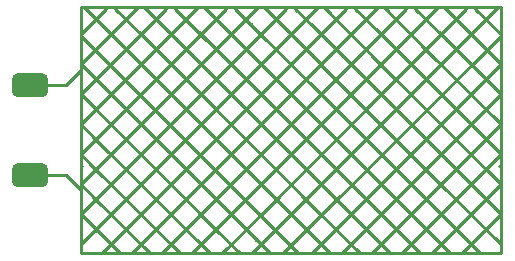
<source format=gbr>
%TF.GenerationSoftware,KiCad,Pcbnew,(5.1.6)-1*%
%TF.CreationDate,2022-05-15T12:52:13-04:00*%
%TF.ProjectId,sensor_v1,73656e73-6f72-45f7-9631-2e6b69636164,rev?*%
%TF.SameCoordinates,Original*%
%TF.FileFunction,Copper,L1,Top*%
%TF.FilePolarity,Positive*%
%FSLAX46Y46*%
G04 Gerber Fmt 4.6, Leading zero omitted, Abs format (unit mm)*
G04 Created by KiCad (PCBNEW (5.1.6)-1) date 2022-05-15 12:52:13*
%MOMM*%
%LPD*%
G01*
G04 APERTURE LIST*
%TA.AperFunction,Conductor*%
%ADD10C,0.250000*%
%TD*%
G04 APERTURE END LIST*
%TO.P,+,2*%
%TO.N,N/C*%
%TA.AperFunction,SMDPad,CuDef*%
G36*
G01*
X108882000Y-84725000D02*
X111082000Y-84725000D01*
G75*
G02*
X111482000Y-85125000I0J-400000D01*
G01*
X111482000Y-86325000D01*
G75*
G02*
X111082000Y-86725000I-400000J0D01*
G01*
X108882000Y-86725000D01*
G75*
G02*
X108482000Y-86325000I0J400000D01*
G01*
X108482000Y-85125000D01*
G75*
G02*
X108882000Y-84725000I400000J0D01*
G01*
G37*
%TD.AperFunction*%
%TO.P,+,1*%
%TA.AperFunction,SMDPad,CuDef*%
G36*
G01*
X108882000Y-77105000D02*
X111082000Y-77105000D01*
G75*
G02*
X111482000Y-77505000I0J-400000D01*
G01*
X111482000Y-78705000D01*
G75*
G02*
X111082000Y-79105000I-400000J0D01*
G01*
X108882000Y-79105000D01*
G75*
G02*
X108482000Y-78705000I0J400000D01*
G01*
X108482000Y-77505000D01*
G75*
G02*
X108882000Y-77105000I400000J0D01*
G01*
G37*
%TD.AperFunction*%
%TD*%
D10*
%TO.N,*%
X109982000Y-85725000D02*
X113030000Y-85725000D01*
X113030000Y-85725000D02*
X114300000Y-86995000D01*
X149860000Y-78359000D02*
X149860000Y-78994000D01*
X109982000Y-78105000D02*
X113030000Y-78105000D01*
X113030000Y-78105000D02*
X114300000Y-76835000D01*
X114300000Y-74041000D02*
X114300000Y-73787000D01*
X114300000Y-74041000D02*
X114300000Y-71501000D01*
X114300000Y-73787000D02*
X116459000Y-71628000D01*
X114300000Y-75057000D02*
X114300000Y-74041000D01*
X114300000Y-76327000D02*
X119126000Y-71501000D01*
X114300000Y-71501000D02*
X119126000Y-71501000D01*
X114300000Y-76327000D02*
X114300000Y-75057000D01*
X114300000Y-76835000D02*
X114300000Y-76327000D01*
X119126000Y-71501000D02*
X120396000Y-71501000D01*
X120396000Y-71501000D02*
X149860000Y-71501000D01*
X114300000Y-76835000D02*
X114300000Y-77597000D01*
X119380000Y-73787000D02*
X121539000Y-71628000D01*
X139700000Y-76327000D02*
X144526000Y-71501000D01*
X129540000Y-76327000D02*
X134366000Y-71501000D01*
X134620000Y-76327000D02*
X139446000Y-71501000D01*
X139700000Y-73787000D02*
X141859000Y-71628000D01*
X119380000Y-73787000D02*
X114300000Y-78867000D01*
X114300000Y-77597000D02*
X114300000Y-78867000D01*
X114300000Y-78867000D02*
X114300000Y-80137000D01*
X114300000Y-80137000D02*
X114300000Y-81407000D01*
X120523000Y-75184000D02*
X124206000Y-71501000D01*
X120523000Y-75184000D02*
X114300000Y-81407000D01*
X114300000Y-81407000D02*
X114300000Y-82677000D01*
X124714000Y-73533000D02*
X114300000Y-83947000D01*
X124714000Y-73533000D02*
X126619000Y-71628000D01*
X114300000Y-82677000D02*
X114300000Y-83947000D01*
X114300000Y-86487000D02*
X114300000Y-86995000D01*
X114300000Y-85217000D02*
X114300000Y-86487000D01*
X124587000Y-76200000D02*
X114300000Y-86487000D01*
X124587000Y-76200000D02*
X129286000Y-71501000D01*
X114300000Y-86995000D02*
X114300000Y-87757000D01*
X130302000Y-73025000D02*
X114300000Y-89027000D01*
X114300000Y-87757000D02*
X114300000Y-89027000D01*
X130302000Y-73025000D02*
X131699000Y-71628000D01*
X134747000Y-73660000D02*
X136779000Y-71628000D01*
X114300000Y-89027000D02*
X114300000Y-90297000D01*
X114300000Y-91567000D02*
X114300000Y-92329000D01*
X114300000Y-90297000D02*
X114300000Y-91567000D01*
X119507000Y-86360000D02*
X114300000Y-91567000D01*
X114300000Y-92329000D02*
X114808000Y-92329000D01*
X114808000Y-92329000D02*
X116078000Y-92329000D01*
X119380000Y-89027000D02*
X116078000Y-92329000D01*
X116078000Y-92329000D02*
X117348000Y-92329000D01*
X114300000Y-84963000D02*
X114427000Y-84963000D01*
X114300000Y-84963000D02*
X114300000Y-85217000D01*
X114300000Y-83947000D02*
X114300000Y-84963000D01*
X117348000Y-92329000D02*
X118618000Y-92329000D01*
X124904500Y-86042500D02*
X118618000Y-92329000D01*
X118618000Y-92329000D02*
X119888000Y-92329000D01*
X124460000Y-89027000D02*
X121158000Y-92329000D01*
X119888000Y-92329000D02*
X121158000Y-92329000D01*
X124460000Y-91567000D02*
X123698000Y-92329000D01*
X121158000Y-92329000D02*
X122428000Y-92329000D01*
X122428000Y-92329000D02*
X123698000Y-92329000D01*
X134620000Y-76327000D02*
X139446000Y-71501000D01*
X139700000Y-76327000D02*
X144526000Y-71501000D01*
X144780000Y-73787000D02*
X146939000Y-71628000D01*
X144780000Y-76327000D02*
X149606000Y-71501000D01*
X135382000Y-73025000D02*
X136779000Y-71628000D01*
X139827000Y-73660000D02*
X141859000Y-71628000D01*
X123698000Y-92329000D02*
X124968000Y-92329000D01*
X129857500Y-88709500D02*
X126238000Y-92329000D01*
X124968000Y-92329000D02*
X126238000Y-92329000D01*
X129540000Y-91567000D02*
X128778000Y-92329000D01*
X126238000Y-92329000D02*
X128778000Y-92329000D01*
X149860000Y-71501000D02*
X149860000Y-72644000D01*
X128778000Y-92329000D02*
X130175000Y-92329000D01*
X149860000Y-72644000D02*
X149860000Y-73914000D01*
X149860000Y-73914000D02*
X149796500Y-73977500D01*
X149796500Y-73977500D02*
X149796500Y-74104500D01*
X149796500Y-73977500D02*
X149098000Y-74676000D01*
X149860000Y-73914000D02*
X149860000Y-75057000D01*
X149860000Y-76327000D02*
X149352000Y-76835000D01*
X149860000Y-75057000D02*
X149860000Y-76327000D01*
X149860000Y-77470000D02*
X149860000Y-78359000D01*
X149860000Y-76327000D02*
X149860000Y-77470000D01*
X135001000Y-92329000D02*
X134874000Y-92329000D01*
X133858000Y-92329000D02*
X134874000Y-92329000D01*
X135318500Y-90868500D02*
X133858000Y-92329000D01*
X149860000Y-76327000D02*
X135318500Y-90868500D01*
X134493000Y-89281000D02*
X131445000Y-92329000D01*
X130175000Y-92329000D02*
X131445000Y-92329000D01*
X131445000Y-92329000D02*
X133858000Y-92329000D01*
X149860000Y-78867000D02*
X138303000Y-90424000D01*
X149860000Y-80137000D02*
X149860000Y-78359000D01*
X149860000Y-81407000D02*
X149860000Y-80137000D01*
X149860000Y-82677000D02*
X149860000Y-81407000D01*
X149860000Y-83947000D02*
X149860000Y-82677000D01*
X149860000Y-92329000D02*
X149860000Y-83947000D01*
X134874000Y-92329000D02*
X135128000Y-92329000D01*
X138303000Y-90424000D02*
X136398000Y-92329000D01*
X135128000Y-92329000D02*
X136398000Y-92329000D01*
X148717000Y-82550000D02*
X138938000Y-92329000D01*
X136398000Y-92329000D02*
X138938000Y-92329000D01*
X149860000Y-81407000D02*
X148717000Y-82550000D01*
X138938000Y-92329000D02*
X140208000Y-92329000D01*
X148971000Y-84836000D02*
X141478000Y-92329000D01*
X140208000Y-92329000D02*
X141478000Y-92329000D01*
X149860000Y-83947000D02*
X148971000Y-84836000D01*
X148717000Y-87630000D02*
X144018000Y-92329000D01*
X141478000Y-92329000D02*
X144018000Y-92329000D01*
X149860000Y-86487000D02*
X148717000Y-87630000D01*
X144018000Y-92329000D02*
X145288000Y-92329000D01*
X145288000Y-92329000D02*
X146558000Y-92329000D01*
X148844000Y-90043000D02*
X146558000Y-92329000D01*
X149860000Y-89027000D02*
X148844000Y-90043000D01*
X147828000Y-92329000D02*
X149860000Y-92329000D01*
X146558000Y-92329000D02*
X147828000Y-92329000D01*
X134747000Y-73660000D02*
X129984500Y-78422500D01*
X140462000Y-75565000D02*
X124460000Y-91567000D01*
X139827000Y-73660000D02*
X135064500Y-78422500D01*
X134620000Y-78867000D02*
X124460000Y-89027000D01*
X145542000Y-75565000D02*
X129540000Y-91567000D01*
X139700000Y-73787000D02*
X139827000Y-73660000D01*
X139954000Y-76073000D02*
X129984500Y-86042500D01*
X144780000Y-73787000D02*
X139700000Y-78867000D01*
X134747000Y-78740000D02*
X134620000Y-78867000D01*
X134620000Y-73787000D02*
X134747000Y-73660000D01*
X139700000Y-73787000D02*
X134620000Y-78867000D01*
X139827000Y-78740000D02*
X139700000Y-78867000D01*
X119380000Y-89027000D02*
X119253000Y-89154000D01*
X129540000Y-73787000D02*
X130302000Y-73025000D01*
X119380000Y-76327000D02*
X120523000Y-75184000D01*
X124460000Y-76327000D02*
X124587000Y-76200000D01*
X129984500Y-78422500D02*
X119380000Y-89027000D01*
X124460000Y-73787000D02*
X124714000Y-73533000D01*
X119507000Y-86360000D02*
X119253000Y-86614000D01*
X129667000Y-76200000D02*
X119507000Y-86360000D01*
X149352000Y-74422000D02*
X134493000Y-89281000D01*
X148971000Y-84836000D02*
X148590000Y-85217000D01*
X129857500Y-88709500D02*
X129540000Y-89027000D01*
X139700000Y-78867000D02*
X129857500Y-88709500D01*
X148844000Y-90043000D02*
X148463000Y-90424000D01*
X148717000Y-87630000D02*
X148590000Y-87757000D01*
X148717000Y-82550000D02*
X148463000Y-82804000D01*
X135318500Y-90868500D02*
X135001000Y-91186000D01*
X124904500Y-86042500D02*
X124460000Y-86487000D01*
X134874000Y-76073000D02*
X124904500Y-86042500D01*
X144780000Y-73787000D02*
X149860000Y-78867000D01*
X149860000Y-73787000D02*
X147701000Y-71628000D01*
X149860000Y-84963000D02*
X149733000Y-84963000D01*
X134620000Y-76327000D02*
X129794000Y-71501000D01*
X149860000Y-76327000D02*
X145034000Y-71501000D01*
X129540000Y-76327000D02*
X124714000Y-71501000D01*
X124460000Y-73787000D02*
X122301000Y-71628000D01*
X124460000Y-76327000D02*
X119634000Y-71501000D01*
X139700000Y-89027000D02*
X143002000Y-92329000D01*
X144780000Y-73787000D02*
X142621000Y-71628000D01*
X129286000Y-76073000D02*
X139255500Y-86042500D01*
X139255500Y-86042500D02*
X145542000Y-92329000D01*
X139255500Y-86042500D02*
X139700000Y-86487000D01*
X114300000Y-76327000D02*
X128841500Y-90868500D01*
X128841500Y-90868500D02*
X130302000Y-92329000D01*
X128841500Y-90868500D02*
X129159000Y-91186000D01*
X114300000Y-86487000D02*
X115443000Y-87630000D01*
X129667000Y-89281000D02*
X132715000Y-92329000D01*
X115443000Y-82550000D02*
X125222000Y-92329000D01*
X115443000Y-82550000D02*
X115697000Y-82804000D01*
X114300000Y-81407000D02*
X115443000Y-82550000D01*
X115443000Y-87630000D02*
X120142000Y-92329000D01*
X115443000Y-87630000D02*
X115570000Y-87757000D01*
X114363500Y-73977500D02*
X115062000Y-74676000D01*
X115316000Y-90043000D02*
X117602000Y-92329000D01*
X115316000Y-90043000D02*
X115697000Y-90424000D01*
X114300000Y-89027000D02*
X115316000Y-90043000D01*
X124460000Y-78867000D02*
X134302500Y-88709500D01*
X114300000Y-76327000D02*
X114808000Y-76835000D01*
X134302500Y-88709500D02*
X137922000Y-92329000D01*
X134302500Y-88709500D02*
X134620000Y-89027000D01*
X115189000Y-84836000D02*
X115570000Y-85217000D01*
X114300000Y-83947000D02*
X115189000Y-84836000D01*
X134620000Y-91567000D02*
X135382000Y-92329000D01*
X114300000Y-78867000D02*
X125857000Y-90424000D01*
X115189000Y-84836000D02*
X122682000Y-92329000D01*
X114808000Y-74422000D02*
X129667000Y-89281000D01*
X125857000Y-90424000D02*
X127762000Y-92329000D01*
X134493000Y-76200000D02*
X144653000Y-86360000D01*
X144653000Y-86360000D02*
X149860000Y-91567000D01*
X144653000Y-86360000D02*
X144907000Y-86614000D01*
X139446000Y-73533000D02*
X137541000Y-71628000D01*
X139700000Y-73787000D02*
X139446000Y-73533000D01*
X134175500Y-78422500D02*
X144780000Y-89027000D01*
X139700000Y-76327000D02*
X139573000Y-76200000D01*
X144780000Y-76327000D02*
X143637000Y-75184000D01*
X133858000Y-73025000D02*
X149860000Y-89027000D01*
X139700000Y-91567000D02*
X140462000Y-92329000D01*
X139446000Y-73533000D02*
X149860000Y-83947000D01*
X133858000Y-73025000D02*
X132461000Y-71628000D01*
X139573000Y-76200000D02*
X134874000Y-71501000D01*
X129540000Y-76327000D02*
X124714000Y-71501000D01*
X124460000Y-76327000D02*
X119634000Y-71501000D01*
X134620000Y-73787000D02*
X133858000Y-73025000D01*
X119380000Y-73787000D02*
X117221000Y-71628000D01*
X139573000Y-76200000D02*
X149860000Y-86487000D01*
X144780000Y-89027000D02*
X148082000Y-92329000D01*
X143637000Y-75184000D02*
X139954000Y-71501000D01*
X143637000Y-75184000D02*
X149860000Y-81407000D01*
X144780000Y-89027000D02*
X144907000Y-89154000D01*
X124333000Y-78740000D02*
X124460000Y-78867000D01*
X129413000Y-73660000D02*
X127381000Y-71628000D01*
X124460000Y-73787000D02*
X129540000Y-78867000D01*
X129540000Y-73787000D02*
X129413000Y-73660000D01*
X119380000Y-76327000D02*
X114554000Y-71501000D01*
X128778000Y-73025000D02*
X127381000Y-71628000D01*
X124333000Y-73660000D02*
X122301000Y-71628000D01*
X129413000Y-78740000D02*
X129540000Y-78867000D01*
X119380000Y-73787000D02*
X124460000Y-78867000D01*
X124206000Y-76073000D02*
X134175500Y-86042500D01*
X124460000Y-73787000D02*
X124333000Y-73660000D01*
X118618000Y-75565000D02*
X134620000Y-91567000D01*
X129540000Y-78867000D02*
X139700000Y-89027000D01*
X124333000Y-73660000D02*
X129095500Y-78422500D01*
X123698000Y-75565000D02*
X139700000Y-91567000D01*
X129413000Y-73660000D02*
X134175500Y-78422500D01*
%TD*%
M02*

</source>
